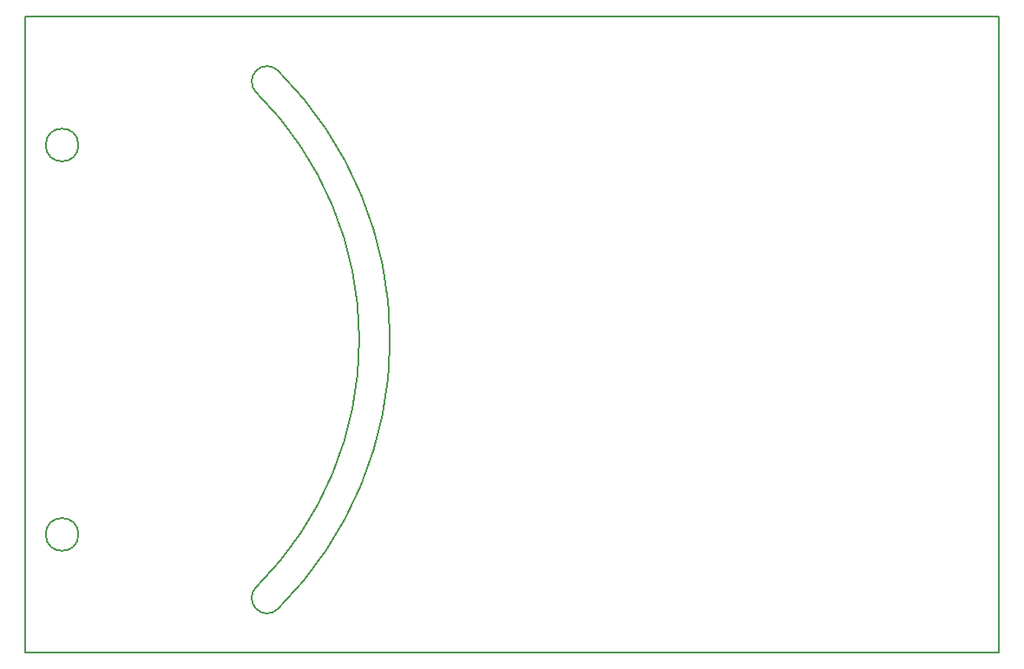
<source format=gm1>
G04 #@! TF.FileFunction,Profile,NP*
%FSLAX46Y46*%
G04 Gerber Fmt 4.6, Leading zero omitted, Abs format (unit mm)*
G04 Created by KiCad (PCBNEW 4.0.6) date 04/04/18 23:00:04*
%MOMM*%
%LPD*%
G01*
G04 APERTURE LIST*
%ADD10C,0.100000*%
%ADD11C,0.150000*%
G04 APERTURE END LIST*
D10*
D11*
X0Y62000000D02*
X95000000Y62000000D01*
X0Y0D02*
X95000000Y0D01*
X95000000Y62000000D02*
X95000000Y0D01*
X24654944Y4235178D02*
G75*
G03X24690000Y56730000I-26054944J26264822D01*
G01*
X22580176Y6399823D02*
G75*
G03X22530000Y54650000I-23980176J24100177D01*
G01*
X22565544Y6394715D02*
G75*
G03X24660000Y4230000I1034456J-1094715D01*
G01*
X24684632Y56734878D02*
G75*
G03X22530000Y54650000I-1084632J-1034878D01*
G01*
X0Y62000000D02*
X0Y61000000D01*
X0Y61000000D02*
X0Y0D01*
X5200000Y49500000D02*
G75*
G03X5200000Y49500000I-1600000J0D01*
G01*
X5200000Y11500000D02*
G75*
G03X5200000Y11500000I-1600000J0D01*
G01*
M02*

</source>
